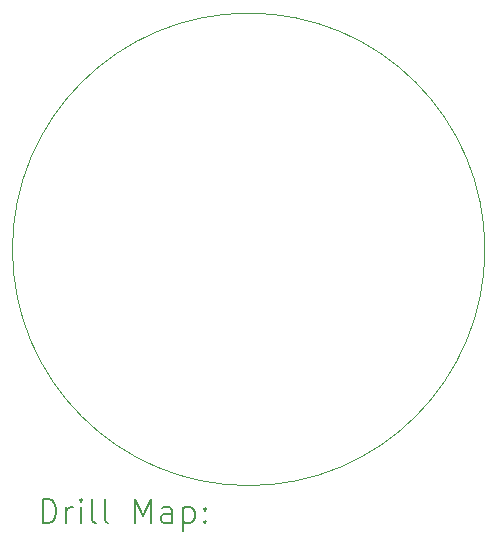
<source format=gbr>
%TF.GenerationSoftware,KiCad,Pcbnew,7.0.10-7.0.10~ubuntu22.04.1*%
%TF.CreationDate,2024-04-10T21:56:50+02:00*%
%TF.ProjectId,STM32_watch_NFC,53544d33-325f-4776-9174-63685f4e4643,rev?*%
%TF.SameCoordinates,Original*%
%TF.FileFunction,Drillmap*%
%TF.FilePolarity,Positive*%
%FSLAX45Y45*%
G04 Gerber Fmt 4.5, Leading zero omitted, Abs format (unit mm)*
G04 Created by KiCad (PCBNEW 7.0.10-7.0.10~ubuntu22.04.1) date 2024-04-10 21:56:50*
%MOMM*%
%LPD*%
G01*
G04 APERTURE LIST*
%ADD10C,0.100000*%
%ADD11C,0.200000*%
G04 APERTURE END LIST*
D10*
X16850000Y-10500000D02*
G75*
G03*
X12850000Y-10500000I-2000000J0D01*
G01*
X12850000Y-10500000D02*
G75*
G03*
X16850000Y-10500000I2000000J0D01*
G01*
D11*
X13105777Y-12816484D02*
X13105777Y-12616484D01*
X13105777Y-12616484D02*
X13153396Y-12616484D01*
X13153396Y-12616484D02*
X13181967Y-12626008D01*
X13181967Y-12626008D02*
X13201015Y-12645055D01*
X13201015Y-12645055D02*
X13210539Y-12664103D01*
X13210539Y-12664103D02*
X13220062Y-12702198D01*
X13220062Y-12702198D02*
X13220062Y-12730769D01*
X13220062Y-12730769D02*
X13210539Y-12768865D01*
X13210539Y-12768865D02*
X13201015Y-12787912D01*
X13201015Y-12787912D02*
X13181967Y-12806960D01*
X13181967Y-12806960D02*
X13153396Y-12816484D01*
X13153396Y-12816484D02*
X13105777Y-12816484D01*
X13305777Y-12816484D02*
X13305777Y-12683150D01*
X13305777Y-12721246D02*
X13315301Y-12702198D01*
X13315301Y-12702198D02*
X13324824Y-12692674D01*
X13324824Y-12692674D02*
X13343872Y-12683150D01*
X13343872Y-12683150D02*
X13362920Y-12683150D01*
X13429586Y-12816484D02*
X13429586Y-12683150D01*
X13429586Y-12616484D02*
X13420062Y-12626008D01*
X13420062Y-12626008D02*
X13429586Y-12635531D01*
X13429586Y-12635531D02*
X13439110Y-12626008D01*
X13439110Y-12626008D02*
X13429586Y-12616484D01*
X13429586Y-12616484D02*
X13429586Y-12635531D01*
X13553396Y-12816484D02*
X13534348Y-12806960D01*
X13534348Y-12806960D02*
X13524824Y-12787912D01*
X13524824Y-12787912D02*
X13524824Y-12616484D01*
X13658158Y-12816484D02*
X13639110Y-12806960D01*
X13639110Y-12806960D02*
X13629586Y-12787912D01*
X13629586Y-12787912D02*
X13629586Y-12616484D01*
X13886729Y-12816484D02*
X13886729Y-12616484D01*
X13886729Y-12616484D02*
X13953396Y-12759341D01*
X13953396Y-12759341D02*
X14020062Y-12616484D01*
X14020062Y-12616484D02*
X14020062Y-12816484D01*
X14201015Y-12816484D02*
X14201015Y-12711722D01*
X14201015Y-12711722D02*
X14191491Y-12692674D01*
X14191491Y-12692674D02*
X14172443Y-12683150D01*
X14172443Y-12683150D02*
X14134348Y-12683150D01*
X14134348Y-12683150D02*
X14115301Y-12692674D01*
X14201015Y-12806960D02*
X14181967Y-12816484D01*
X14181967Y-12816484D02*
X14134348Y-12816484D01*
X14134348Y-12816484D02*
X14115301Y-12806960D01*
X14115301Y-12806960D02*
X14105777Y-12787912D01*
X14105777Y-12787912D02*
X14105777Y-12768865D01*
X14105777Y-12768865D02*
X14115301Y-12749817D01*
X14115301Y-12749817D02*
X14134348Y-12740293D01*
X14134348Y-12740293D02*
X14181967Y-12740293D01*
X14181967Y-12740293D02*
X14201015Y-12730769D01*
X14296253Y-12683150D02*
X14296253Y-12883150D01*
X14296253Y-12692674D02*
X14315301Y-12683150D01*
X14315301Y-12683150D02*
X14353396Y-12683150D01*
X14353396Y-12683150D02*
X14372443Y-12692674D01*
X14372443Y-12692674D02*
X14381967Y-12702198D01*
X14381967Y-12702198D02*
X14391491Y-12721246D01*
X14391491Y-12721246D02*
X14391491Y-12778388D01*
X14391491Y-12778388D02*
X14381967Y-12797436D01*
X14381967Y-12797436D02*
X14372443Y-12806960D01*
X14372443Y-12806960D02*
X14353396Y-12816484D01*
X14353396Y-12816484D02*
X14315301Y-12816484D01*
X14315301Y-12816484D02*
X14296253Y-12806960D01*
X14477205Y-12797436D02*
X14486729Y-12806960D01*
X14486729Y-12806960D02*
X14477205Y-12816484D01*
X14477205Y-12816484D02*
X14467682Y-12806960D01*
X14467682Y-12806960D02*
X14477205Y-12797436D01*
X14477205Y-12797436D02*
X14477205Y-12816484D01*
X14477205Y-12692674D02*
X14486729Y-12702198D01*
X14486729Y-12702198D02*
X14477205Y-12711722D01*
X14477205Y-12711722D02*
X14467682Y-12702198D01*
X14467682Y-12702198D02*
X14477205Y-12692674D01*
X14477205Y-12692674D02*
X14477205Y-12711722D01*
M02*

</source>
